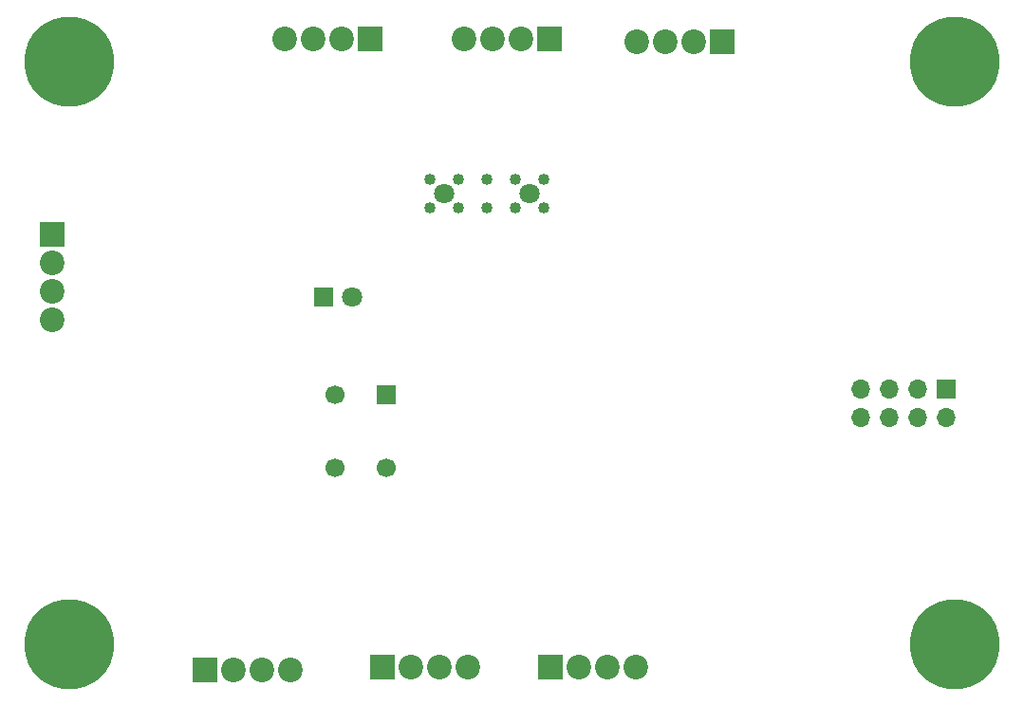
<source format=gbr>
%TF.GenerationSoftware,KiCad,Pcbnew,(6.0.9)*%
%TF.CreationDate,2022-12-05T13:16:43+00:00*%
%TF.ProjectId,stm32controller,73746d33-3263-46f6-9e74-726f6c6c6572,rev?*%
%TF.SameCoordinates,Original*%
%TF.FileFunction,Soldermask,Bot*%
%TF.FilePolarity,Negative*%
%FSLAX46Y46*%
G04 Gerber Fmt 4.6, Leading zero omitted, Abs format (unit mm)*
G04 Created by KiCad (PCBNEW (6.0.9)) date 2022-12-05 13:16:43*
%MOMM*%
%LPD*%
G01*
G04 APERTURE LIST*
%ADD10R,2.200000X2.200000*%
%ADD11C,2.200000*%
%ADD12C,1.700000*%
%ADD13R,1.700000X1.700000*%
%ADD14C,1.020000*%
%ADD15C,1.800000*%
%ADD16R,1.800000X1.800000*%
%ADD17C,8.000000*%
%ADD18C,4.400000*%
%ADD19O,1.700000X1.700000*%
G04 APERTURE END LIST*
D10*
%TO.C,J8*%
X65920000Y-86000000D03*
D11*
X68460000Y-86000000D03*
X71000000Y-86000000D03*
X73540000Y-86000000D03*
%TD*%
D12*
%TO.C,SW1*%
X66250000Y-68250000D03*
D13*
X66250000Y-61750000D03*
D12*
X61750000Y-61750000D03*
X61750000Y-68250000D03*
%TD*%
D14*
%TO.C,J10*%
X72710000Y-45020000D03*
X75250000Y-42480000D03*
X80330000Y-45020000D03*
D15*
X79060000Y-43750000D03*
D14*
X77790000Y-45020000D03*
D15*
X71440000Y-43750000D03*
D14*
X72710000Y-42480000D03*
X80330000Y-42480000D03*
X77790000Y-42480000D03*
X70170000Y-42480000D03*
X70170000Y-45020000D03*
X75250000Y-45020000D03*
%TD*%
D10*
%TO.C,J3*%
X50130000Y-86288345D03*
D11*
X52670000Y-86288345D03*
X55210000Y-86288345D03*
X57750000Y-86288345D03*
%TD*%
D16*
%TO.C,D1*%
X60670000Y-53000000D03*
D15*
X63210000Y-53000000D03*
%TD*%
D10*
%TO.C,J6*%
X80815000Y-30000000D03*
D11*
X78275000Y-30000000D03*
X75735000Y-30000000D03*
X73195000Y-30000000D03*
%TD*%
D10*
%TO.C,J5*%
X64815000Y-30000000D03*
D11*
X62275000Y-30000000D03*
X59735000Y-30000000D03*
X57195000Y-30000000D03*
%TD*%
D17*
%TO.C,H2*%
X38000000Y-32000000D03*
D18*
X38000000Y-32000000D03*
%TD*%
%TO.C,H4*%
X117000000Y-84000000D03*
D17*
X117000000Y-84000000D03*
%TD*%
D10*
%TO.C,J4*%
X96290000Y-30250000D03*
D11*
X93750000Y-30250000D03*
X91210000Y-30250000D03*
X88670000Y-30250000D03*
%TD*%
D13*
%TO.C,J1*%
X116250000Y-61250000D03*
D19*
X116250000Y-63790000D03*
X113710000Y-61250000D03*
X113710000Y-63790000D03*
X111170000Y-61250000D03*
X111170000Y-63790000D03*
X108630000Y-61250000D03*
X108630000Y-63790000D03*
%TD*%
D10*
%TO.C,J9*%
X80920000Y-86000000D03*
D11*
X83460000Y-86000000D03*
X86000000Y-86000000D03*
X88540000Y-86000000D03*
%TD*%
D18*
%TO.C,H3*%
X117000000Y-32000000D03*
D17*
X117000000Y-32000000D03*
%TD*%
D10*
%TO.C,J7*%
X36500000Y-47380000D03*
D11*
X36500000Y-49920000D03*
X36500000Y-52460000D03*
X36500000Y-55000000D03*
%TD*%
D18*
%TO.C,H1*%
X38000000Y-84000000D03*
D17*
X38000000Y-84000000D03*
%TD*%
M02*

</source>
